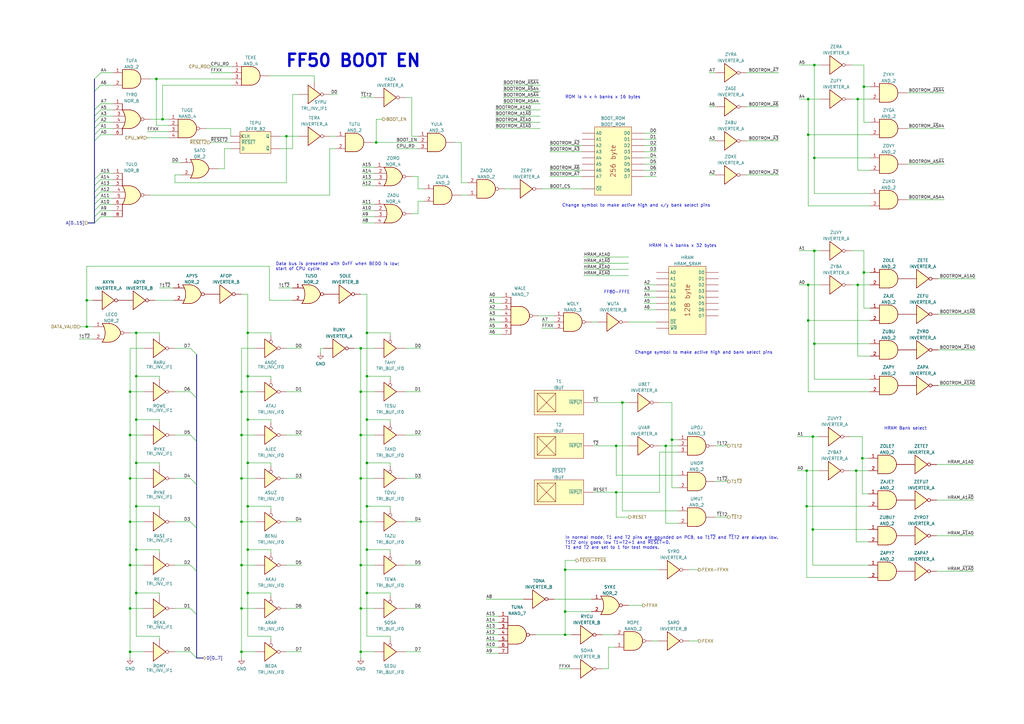
<source format=kicad_sch>
(kicad_sch (version 20211123) (generator eeschema)
  (paper "A3")
  (title_block (title "DMG CPU B") (date "2022-05-19") (rev "0") (company "CC-BY-SA-4.0 Régis Galland & Michael Singer -- Derived work from Furrtek") (comment 1 "https://github.com/msinger/dmg-schematics"))
  (junction (at 53.34 231.775))
  (junction (at 99.06 231.775))
  (junction (at 53.34 249.555))
  (junction (at 273.05 182.88))
  (junction (at 147.955 196.215))
  (junction (at 55.88 172.085))
  (junction (at 55.88 243.205))
  (junction (at 66.675 48.895))
  (junction (at 354.33 35.56))
  (junction (at 154.305 58.42))
  (junction (at 150.495 189.865))
  (junction (at 334.01 140.97))
  (junction (at 252.73 201.93))
  (junction (at 231.775 250.825))
  (junction (at 53.34 178.435))
  (junction (at 150.495 225.425))
  (junction (at 252.73 182.88))
  (junction (at 101.6 154.305))
  (junction (at 147.955 231.775))
  (junction (at 99.06 178.435))
  (junction (at 150.495 154.305))
  (junction (at 147.955 142.875))
  (junction (at 147.955 178.435))
  (junction (at 354.33 111.76))
  (junction (at 351.79 116.84))
  (junction (at 53.34 160.655))
  (junction (at 117.475 55.88))
  (junction (at 64.135 32.385))
  (junction (at 150.495 207.645))
  (junction (at 331.47 131.445))
  (junction (at 101.6 136.525))
  (junction (at 150.495 172.085))
  (junction (at 231.775 233.68))
  (junction (at 55.88 225.425))
  (junction (at 101.6 207.645))
  (junction (at 55.88 136.525))
  (junction (at 351.155 193.04))
  (junction (at 255.27 165.1))
  (junction (at 333.375 179.07))
  (junction (at 331.47 55.245))
  (junction (at 330.835 193.04))
  (junction (at 334.01 26.67))
  (junction (at 53.34 267.335))
  (junction (at 231.775 260.35))
  (junction (at 147.955 160.655))
  (junction (at 55.88 189.865))
  (junction (at 55.88 207.645))
  (junction (at 99.06 196.215))
  (junction (at 53.34 213.995))
  (junction (at 101.6 225.425))
  (junction (at 99.06 160.655))
  (junction (at 333.375 217.17))
  (junction (at 101.6 172.085))
  (junction (at 99.06 267.335))
  (junction (at 353.695 187.96))
  (junction (at 147.955 249.555))
  (junction (at 330.835 207.645))
  (junction (at 101.6 243.205))
  (junction (at 331.47 40.64))
  (junction (at 99.06 249.555))
  (junction (at 331.47 116.84))
  (junction (at 147.955 267.335))
  (junction (at 150.495 136.525))
  (junction (at 334.01 102.87))
  (junction (at 35.56 133.985))
  (junction (at 351.79 40.64))
  (junction (at 150.495 243.205))
  (junction (at 147.955 213.995))
  (junction (at 334.01 64.77))
  (junction (at 35.56 123.19))
  (junction (at 275.59 180.34))
  (junction (at 99.06 213.995))
  (junction (at 55.88 154.305))
  (junction (at 101.6 189.865))
  (junction (at 53.34 196.215))
  (bus_entry (at 78.105 142.875) (size 2.54 2.54))
  (bus_entry (at 41.275 81.28) (size -2.54 2.54))
  (bus_entry (at 78.105 213.995) (size 2.54 2.54))
  (bus_entry (at 78.105 249.555) (size 2.54 2.54))
  (bus_entry (at 41.275 83.82) (size -2.54 2.54))
  (bus_entry (at 41.275 88.9) (size -2.54 2.54))
  (bus_entry (at 41.275 86.36) (size -2.54 2.54))
  (bus_entry (at 78.105 267.335) (size 2.54 2.54))
  (bus_entry (at 41.275 73.66) (size -2.54 2.54))
  (bus_entry (at 41.275 76.2) (size -2.54 2.54))
  (bus_entry (at 78.105 178.435) (size 2.54 2.54))
  (bus_entry (at 41.275 71.12) (size -2.54 2.54))
  (bus_entry (at 78.105 231.775) (size 2.54 2.54))
  (bus_entry (at 41.275 47.625) (size -2.54 2.54))
  (bus_entry (at 41.275 45.085) (size -2.54 2.54))
  (bus_entry (at 41.275 42.545) (size -2.54 2.54))
  (bus_entry (at 41.275 29.845) (size -2.54 2.54))
  (bus_entry (at 41.275 34.925) (size -2.54 2.54))
  (bus_entry (at 41.275 52.705) (size -2.54 2.54))
  (bus_entry (at 41.275 50.165) (size -2.54 2.54))
  (bus_entry (at 41.275 55.245) (size -2.54 2.54))
  (bus_entry (at 78.105 160.655) (size 2.54 2.54))
  (bus_entry (at 78.105 196.215) (size 2.54 2.54))
  (bus_entry (at 41.275 78.74) (size -2.54 2.54))
  (wire (pts (xy 353.695 187.96) (xy 353.695 202.565)))
  (wire (pts (xy 225.425 69.85) (xy 238.76 69.85)))
  (wire (pts (xy 270.51 182.88) (xy 273.05 182.88)))
  (wire (pts (xy 269.875 233.68) (xy 231.775 233.68)))
  (wire (pts (xy 110.49 109.22) (xy 35.56 109.22)))
  (wire (pts (xy 255.27 165.1) (xy 257.81 165.1)))
  (wire (pts (xy 293.37 182.88) (xy 298.45 182.88)))
  (wire (pts (xy 41.275 34.925) (xy 46.355 34.925)))
  (wire (pts (xy 189.23 74.93) (xy 191.77 74.93)))
  (wire (pts (xy 349.25 116.84) (xy 351.79 116.84)))
  (bus (pts (xy 80.645 198.755) (xy 80.645 216.535)))
  (wire (pts (xy 384.81 143.51) (xy 400.05 143.51)))
  (wire (pts (xy 110.49 31.115) (xy 128.905 31.115)))
  (wire (pts (xy 166.37 142.875) (xy 172.72 142.875)))
  (wire (pts (xy 264.16 119.38) (xy 269.24 119.38)))
  (wire (pts (xy 351.79 69.85) (xy 356.87 69.85)))
  (wire (pts (xy 331.47 131.445) (xy 331.47 160.655)))
  (wire (pts (xy 267.335 262.89) (xy 269.875 262.89)))
  (wire (pts (xy 147.955 178.435) (xy 153.67 178.435)))
  (wire (pts (xy 252.73 182.88) (xy 252.73 194.945)))
  (bus (pts (xy 38.735 86.36) (xy 38.735 88.9)))
  (bus (pts (xy 36.195 91.44) (xy 38.735 91.44)))
  (bus (pts (xy 38.735 55.245) (xy 38.735 57.785)))
  (wire (pts (xy 150.495 225.425) (xy 150.495 243.205)))
  (wire (pts (xy 331.47 40.64) (xy 336.55 40.64)))
  (wire (pts (xy 171.45 82.55) (xy 171.45 87.63)))
  (wire (pts (xy 70.485 66.675) (xy 74.295 66.675)))
  (wire (pts (xy 270.51 185.42) (xy 270.51 201.93)))
  (wire (pts (xy 101.6 243.205) (xy 111.125 243.205)))
  (wire (pts (xy 333.375 231.775) (xy 356.235 231.775)))
  (wire (pts (xy 53.34 160.655) (xy 53.34 178.435)))
  (wire (pts (xy 117.475 55.88) (xy 122.555 55.88)))
  (wire (pts (xy 135.255 60.96) (xy 135.255 80.01)))
  (wire (pts (xy 221.615 40.005) (xy 206.375 40.005)))
  (wire (pts (xy 41.275 86.36) (xy 46.355 86.36)))
  (wire (pts (xy 334.01 26.67) (xy 334.01 64.77)))
  (wire (pts (xy 86.36 58.42) (xy 94.615 58.42)))
  (wire (pts (xy 53.34 249.555) (xy 59.055 249.555)))
  (wire (pts (xy 278.13 185.42) (xy 270.51 185.42)))
  (wire (pts (xy 353.695 179.07) (xy 348.615 179.07)))
  (wire (pts (xy 55.88 243.205) (xy 65.405 243.205)))
  (wire (pts (xy 327.66 116.84) (xy 331.47 116.84)))
  (wire (pts (xy 231.775 229.87) (xy 231.775 233.68)))
  (wire (pts (xy 334.01 26.67) (xy 336.55 26.67)))
  (wire (pts (xy 334.01 79.375) (xy 356.87 79.375)))
  (wire (pts (xy 99.06 178.435) (xy 99.06 196.215)))
  (wire (pts (xy 221.615 52.705) (xy 203.2 52.705)))
  (wire (pts (xy 148.59 83.82) (xy 153.67 83.82)))
  (wire (pts (xy 65.405 118.11) (xy 71.12 118.11)))
  (bus (pts (xy 38.735 81.28) (xy 38.735 83.82)))
  (wire (pts (xy 231.775 233.68) (xy 231.775 250.825)))
  (wire (pts (xy 99.06 178.435) (xy 104.775 178.435)))
  (wire (pts (xy 264.16 127) (xy 269.24 127)))
  (wire (pts (xy 55.88 172.085) (xy 65.405 172.085)))
  (wire (pts (xy 160.02 189.865) (xy 160.02 191.135)))
  (wire (pts (xy 41.275 45.085) (xy 46.355 45.085)))
  (wire (pts (xy 117.475 267.335) (xy 123.825 267.335)))
  (wire (pts (xy 245.11 132.08) (xy 242.57 132.08)))
  (wire (pts (xy 71.755 74.93) (xy 117.475 74.93)))
  (wire (pts (xy 35.56 133.985) (xy 35.56 123.19)))
  (wire (pts (xy 53.34 136.525) (xy 55.88 136.525)))
  (wire (pts (xy 53.34 213.995) (xy 59.055 213.995)))
  (wire (pts (xy 222.25 134.62) (xy 227.33 134.62)))
  (wire (pts (xy 41.275 29.845) (xy 46.355 29.845)))
  (wire (pts (xy 199.39 255.27) (xy 204.47 255.27)))
  (wire (pts (xy 356.87 111.76) (xy 354.33 111.76)))
  (wire (pts (xy 331.47 131.445) (xy 356.87 131.445)))
  (wire (pts (xy 99.06 160.655) (xy 104.775 160.655)))
  (wire (pts (xy 55.88 154.305) (xy 65.405 154.305)))
  (wire (pts (xy 99.06 120.65) (xy 101.6 120.65)))
  (wire (pts (xy 53.34 267.335) (xy 59.055 267.335)))
  (wire (pts (xy 99.06 196.215) (xy 104.775 196.215)))
  (wire (pts (xy 270.51 201.93) (xy 252.73 201.93)))
  (wire (pts (xy 60.325 56.515) (xy 69.215 56.515)))
  (wire (pts (xy 94.615 60.96) (xy 92.075 60.96)))
  (wire (pts (xy 55.88 225.425) (xy 55.88 243.205)))
  (wire (pts (xy 131.445 142.875) (xy 131.445 144.78)))
  (wire (pts (xy 148.59 88.9) (xy 153.67 88.9)))
  (wire (pts (xy 35.56 133.985) (xy 38.1 133.985)))
  (wire (pts (xy 171.45 55.88) (xy 168.91 55.88)))
  (wire (pts (xy 330.835 207.645) (xy 356.235 207.645)))
  (wire (pts (xy 331.47 116.84) (xy 336.55 116.84)))
  (wire (pts (xy 351.155 193.04) (xy 356.235 193.04)))
  (wire (pts (xy 269.24 57.15) (xy 264.16 57.15)))
  (wire (pts (xy 231.775 260.35) (xy 231.775 250.825)))
  (wire (pts (xy 117.475 249.555) (xy 123.825 249.555)))
  (wire (pts (xy 71.755 178.435) (xy 78.105 178.435)))
  (wire (pts (xy 354.33 35.56) (xy 354.33 26.67)))
  (wire (pts (xy 117.475 231.775) (xy 123.825 231.775)))
  (wire (pts (xy 384.81 128.905) (xy 400.05 128.905)))
  (wire (pts (xy 117.475 178.435) (xy 123.825 178.435)))
  (wire (pts (xy 334.01 64.77) (xy 356.87 64.77)))
  (wire (pts (xy 65.405 154.305) (xy 65.405 155.575)))
  (wire (pts (xy 111.125 172.085) (xy 111.125 173.355)))
  (wire (pts (xy 252.73 182.88) (xy 257.81 182.88)))
  (wire (pts (xy 219.71 260.35) (xy 231.775 260.35)))
  (wire (pts (xy 334.01 140.97) (xy 356.87 140.97)))
  (wire (pts (xy 252.73 201.93) (xy 243.205 201.93)))
  (wire (pts (xy 101.6 172.085) (xy 101.6 189.865)))
  (wire (pts (xy 65.405 189.865) (xy 65.405 191.135)))
  (wire (pts (xy 71.755 71.755) (xy 74.295 71.755)))
  (wire (pts (xy 199.39 262.89) (xy 204.47 262.89)))
  (wire (pts (xy 111.125 207.645) (xy 111.125 208.915)))
  (wire (pts (xy 150.495 243.205) (xy 150.495 260.985)))
  (wire (pts (xy 166.37 178.435) (xy 172.72 178.435)))
  (bus (pts (xy 80.645 252.095) (xy 80.645 269.875)))
  (wire (pts (xy 154.305 48.895) (xy 156.845 48.895)))
  (wire (pts (xy 41.275 78.74) (xy 46.355 78.74)))
  (wire (pts (xy 354.33 26.67) (xy 349.25 26.67)))
  (wire (pts (xy 53.34 178.435) (xy 59.055 178.435)))
  (wire (pts (xy 120.015 123.19) (xy 110.49 123.19)))
  (wire (pts (xy 264.16 116.84) (xy 269.24 116.84)))
  (wire (pts (xy 99.06 196.215) (xy 99.06 213.995)))
  (wire (pts (xy 257.81 132.08) (xy 269.24 132.08)))
  (wire (pts (xy 33.02 133.985) (xy 35.56 133.985)))
  (wire (pts (xy 61.595 32.385) (xy 64.135 32.385)))
  (wire (pts (xy 117.475 213.995) (xy 123.825 213.995)))
  (wire (pts (xy 53.34 213.995) (xy 53.34 231.775)))
  (wire (pts (xy 199.39 265.43) (xy 204.47 265.43)))
  (wire (pts (xy 351.79 40.64) (xy 356.87 40.64)))
  (wire (pts (xy 101.6 154.305) (xy 101.6 172.085)))
  (bus (pts (xy 80.645 180.975) (xy 80.645 198.755)))
  (wire (pts (xy 101.6 243.205) (xy 101.6 260.985)))
  (wire (pts (xy 101.6 225.425) (xy 101.6 243.205)))
  (wire (pts (xy 327.025 193.04) (xy 330.835 193.04)))
  (wire (pts (xy 117.475 142.875) (xy 123.825 142.875)))
  (wire (pts (xy 189.23 58.42) (xy 189.23 74.93)))
  (wire (pts (xy 101.6 189.865) (xy 111.125 189.865)))
  (wire (pts (xy 160.02 207.645) (xy 160.02 208.915)))
  (wire (pts (xy 99.06 213.995) (xy 99.06 231.775)))
  (wire (pts (xy 111.125 243.205) (xy 111.125 244.475)))
  (wire (pts (xy 101.6 207.645) (xy 101.6 225.425)))
  (bus (pts (xy 38.735 76.2) (xy 38.735 78.74)))
  (wire (pts (xy 334.01 64.77) (xy 334.01 79.375)))
  (wire (pts (xy 120.015 38.735) (xy 122.555 38.735)))
  (wire (pts (xy 269.24 69.85) (xy 264.16 69.85)))
  (wire (pts (xy 319.405 43.815) (xy 306.07 43.815)))
  (wire (pts (xy 349.25 40.64) (xy 351.79 40.64)))
  (wire (pts (xy 53.34 267.335) (xy 53.34 269.875)))
  (wire (pts (xy 99.06 267.335) (xy 104.775 267.335)))
  (wire (pts (xy 111.125 154.305) (xy 111.125 155.575)))
  (wire (pts (xy 293.37 197.485) (xy 298.45 197.485)))
  (wire (pts (xy 99.06 213.995) (xy 104.775 213.995)))
  (wire (pts (xy 351.79 146.05) (xy 356.87 146.05)))
  (wire (pts (xy 147.955 160.655) (xy 153.67 160.655)))
  (wire (pts (xy 333.375 179.07) (xy 335.915 179.07)))
  (wire (pts (xy 101.6 136.525) (xy 101.6 154.305)))
  (bus (pts (xy 38.735 88.9) (xy 38.735 91.44)))
  (bus (pts (xy 38.735 32.385) (xy 38.735 37.465)))
  (wire (pts (xy 384.175 234.315) (xy 399.415 234.315)))
  (wire (pts (xy 247.015 274.32) (xy 249.555 274.32)))
  (wire (pts (xy 101.6 136.525) (xy 111.125 136.525)))
  (bus (pts (xy 80.645 269.875) (xy 83.185 269.875)))
  (wire (pts (xy 41.275 71.12) (xy 46.355 71.12)))
  (wire (pts (xy 86.36 27.305) (xy 95.25 27.305)))
  (wire (pts (xy 35.56 123.19) (xy 38.1 123.19)))
  (wire (pts (xy 231.775 250.825) (xy 242.57 250.825)))
  (wire (pts (xy 65.405 136.525) (xy 65.405 137.795)))
  (wire (pts (xy 150.495 207.645) (xy 160.02 207.645)))
  (wire (pts (xy 128.905 31.115) (xy 128.905 33.655)))
  (wire (pts (xy 252.095 265.43) (xy 249.555 265.43)))
  (wire (pts (xy 101.6 260.985) (xy 111.125 260.985)))
  (wire (pts (xy 150.495 154.305) (xy 150.495 172.085)))
  (wire (pts (xy 114.3 118.11) (xy 120.015 118.11)))
  (wire (pts (xy 99.06 249.555) (xy 104.775 249.555)))
  (wire (pts (xy 331.47 55.245) (xy 331.47 84.455)))
  (wire (pts (xy 92.075 69.215) (xy 92.075 60.96)))
  (wire (pts (xy 334.01 140.97) (xy 334.01 155.575)))
  (wire (pts (xy 61.595 48.895) (xy 66.675 48.895)))
  (wire (pts (xy 65.405 172.085) (xy 65.405 173.355)))
  (wire (pts (xy 166.37 196.215) (xy 172.72 196.215)))
  (wire (pts (xy 55.88 189.865) (xy 55.88 207.645)))
  (wire (pts (xy 331.47 160.655) (xy 356.87 160.655)))
  (wire (pts (xy 66.675 34.925) (xy 66.675 48.895)))
  (wire (pts (xy 372.11 67.31) (xy 387.35 67.31)))
  (wire (pts (xy 53.34 196.215) (xy 53.34 213.995)))
  (wire (pts (xy 150.495 136.525) (xy 150.495 154.305)))
  (wire (pts (xy 171.45 77.47) (xy 171.45 72.39)))
  (wire (pts (xy 114.935 60.96) (xy 120.015 60.96)))
  (wire (pts (xy 221.615 37.465) (xy 206.375 37.465)))
  (wire (pts (xy 147.955 142.875) (xy 153.67 142.875)))
  (wire (pts (xy 173.99 82.55) (xy 171.45 82.55)))
  (bus (pts (xy 38.735 37.465) (xy 38.735 45.085)))
  (wire (pts (xy 35.56 109.22) (xy 35.56 123.19)))
  (wire (pts (xy 53.34 196.215) (xy 59.055 196.215)))
  (wire (pts (xy 41.275 52.705) (xy 46.355 52.705)))
  (wire (pts (xy 200.66 124.46) (xy 205.74 124.46)))
  (wire (pts (xy 71.755 267.335) (xy 78.105 267.335)))
  (wire (pts (xy 200.66 127) (xy 205.74 127)))
  (wire (pts (xy 166.37 160.655) (xy 172.72 160.655)))
  (wire (pts (xy 147.955 231.775) (xy 153.67 231.775)))
  (wire (pts (xy 65.405 260.985) (xy 65.405 262.255)))
  (wire (pts (xy 166.37 231.775) (xy 172.72 231.775)))
  (wire (pts (xy 372.11 52.705) (xy 387.35 52.705)))
  (wire (pts (xy 356.235 187.96) (xy 353.695 187.96)))
  (wire (pts (xy 273.05 214.63) (xy 278.13 214.63)))
  (wire (pts (xy 269.24 59.69) (xy 264.16 59.69)))
  (wire (pts (xy 147.955 142.875) (xy 147.955 160.655)))
  (wire (pts (xy 290.83 43.815) (xy 293.37 43.815)))
  (wire (pts (xy 331.47 55.245) (xy 356.87 55.245)))
  (wire (pts (xy 282.575 262.89) (xy 286.385 262.89)))
  (wire (pts (xy 147.955 178.435) (xy 147.955 196.215)))
  (wire (pts (xy 372.11 81.915) (xy 387.35 81.915)))
  (bus (pts (xy 38.735 78.74) (xy 38.735 81.28)))
  (wire (pts (xy 333.375 179.07) (xy 333.375 217.17)))
  (wire (pts (xy 147.955 231.775) (xy 147.955 249.555)))
  (wire (pts (xy 200.66 137.16) (xy 205.74 137.16)))
  (wire (pts (xy 273.05 182.88) (xy 278.13 182.88)))
  (wire (pts (xy 334.01 102.87) (xy 334.01 140.97)))
  (wire (pts (xy 132.715 142.875) (xy 131.445 142.875)))
  (bus (pts (xy 38.735 47.625) (xy 38.735 50.165)))
  (wire (pts (xy 384.175 190.5) (xy 399.415 190.5)))
  (wire (pts (xy 231.775 229.87) (xy 236.22 229.87)))
  (wire (pts (xy 148.59 91.44) (xy 153.67 91.44)))
  (wire (pts (xy 154.305 58.42) (xy 154.305 48.895)))
  (wire (pts (xy 162.56 60.96) (xy 171.45 60.96)))
  (wire (pts (xy 99.06 231.775) (xy 104.775 231.775)))
  (wire (pts (xy 148.59 76.2) (xy 153.67 76.2)))
  (wire (pts (xy 327.66 40.64) (xy 331.47 40.64)))
  (bus (pts (xy 38.735 73.66) (xy 38.735 76.2)))
  (wire (pts (xy 249.555 265.43) (xy 249.555 274.32)))
  (wire (pts (xy 327.66 102.87) (xy 334.01 102.87)))
  (wire (pts (xy 32.385 139.065) (xy 38.1 139.065)))
  (wire (pts (xy 111.125 189.865) (xy 111.125 191.135)))
  (wire (pts (xy 64.135 32.385) (xy 95.25 32.385)))
  (wire (pts (xy 231.775 260.35) (xy 234.315 260.35)))
  (wire (pts (xy 351.79 40.64) (xy 351.79 69.85)))
  (wire (pts (xy 148.59 86.36) (xy 153.67 86.36)))
  (wire (pts (xy 41.275 76.2) (xy 46.355 76.2)))
  (wire (pts (xy 137.795 55.88) (xy 135.255 55.88)))
  (wire (pts (xy 53.34 142.875) (xy 53.34 160.655)))
  (wire (pts (xy 99.06 142.875) (xy 99.06 160.655)))
  (wire (pts (xy 221.615 45.085) (xy 203.2 45.085)))
  (wire (pts (xy 356.87 35.56) (xy 354.33 35.56)))
  (wire (pts (xy 148.59 68.58) (xy 153.67 68.58)))
  (wire (pts (xy 101.6 207.645) (xy 111.125 207.645)))
  (wire (pts (xy 147.955 249.555) (xy 147.955 267.335)))
  (wire (pts (xy 273.05 182.88) (xy 273.05 214.63)))
  (wire (pts (xy 269.24 67.31) (xy 264.16 67.31)))
  (wire (pts (xy 55.88 260.985) (xy 65.405 260.985)))
  (wire (pts (xy 331.47 84.455) (xy 356.87 84.455)))
  (wire (pts (xy 66.675 34.925) (xy 95.25 34.925)))
  (wire (pts (xy 275.59 165.1) (xy 270.51 165.1)))
  (wire (pts (xy 111.125 225.425) (xy 111.125 226.695)))
  (wire (pts (xy 150.495 189.865) (xy 150.495 207.645)))
  (wire (pts (xy 330.835 207.645) (xy 330.835 236.855)))
  (wire (pts (xy 221.615 50.165) (xy 203.2 50.165)))
  (wire (pts (xy 117.475 55.88) (xy 117.475 74.93)))
  (wire (pts (xy 354.33 126.365) (xy 356.87 126.365)))
  (wire (pts (xy 221.615 42.545) (xy 206.375 42.545)))
  (wire (pts (xy 384.175 219.71) (xy 399.415 219.71)))
  (wire (pts (xy 150.495 243.205) (xy 160.02 243.205)))
  (wire (pts (xy 257.81 107.95) (xy 239.395 107.95)))
  (wire (pts (xy 330.835 236.855) (xy 356.235 236.855)))
  (wire (pts (xy 65.405 225.425) (xy 65.405 226.695)))
  (wire (pts (xy 334.01 102.87) (xy 336.55 102.87)))
  (wire (pts (xy 348.615 193.04) (xy 351.155 193.04)))
  (wire (pts (xy 147.955 196.215) (xy 153.67 196.215)))
  (wire (pts (xy 221.615 34.925) (xy 206.375 34.925)))
  (wire (pts (xy 64.135 51.435) (xy 69.215 51.435)))
  (wire (pts (xy 41.275 73.66) (xy 46.355 73.66)))
  (wire (pts (xy 63.5 123.19) (xy 71.12 123.19)))
  (wire (pts (xy 247.015 260.35) (xy 252.095 260.35)))
  (wire (pts (xy 148.59 71.12) (xy 153.67 71.12)))
  (wire (pts (xy 117.475 160.655) (xy 123.825 160.655)))
  (wire (pts (xy 147.955 120.65) (xy 150.495 120.65)))
  (wire (pts (xy 55.88 172.085) (xy 55.88 189.865)))
  (wire (pts (xy 150.495 120.65) (xy 150.495 136.525)))
  (wire (pts (xy 264.16 124.46) (xy 269.24 124.46)))
  (wire (pts (xy 252.73 201.93) (xy 252.73 212.09)))
  (wire (pts (xy 200.66 134.62) (xy 205.74 134.62)))
  (wire (pts (xy 166.37 267.335) (xy 172.72 267.335)))
  (wire (pts (xy 147.955 160.655) (xy 147.955 178.435)))
  (wire (pts (xy 101.6 172.085) (xy 111.125 172.085)))
  (wire (pts (xy 41.275 47.625) (xy 46.355 47.625)))
  (wire (pts (xy 199.39 260.35) (xy 204.47 260.35)))
  (wire (pts (xy 160.02 154.305) (xy 160.02 155.575)))
  (wire (pts (xy 331.47 116.84) (xy 331.47 131.445)))
  (wire (pts (xy 148.59 73.66) (xy 153.67 73.66)))
  (wire (pts (xy 351.79 116.84) (xy 356.87 116.84)))
  (wire (pts (xy 282.575 233.68) (xy 286.385 233.68)))
  (wire (pts (xy 147.955 267.335) (xy 147.955 269.875)))
  (wire (pts (xy 137.795 60.96) (xy 135.255 60.96)))
  (wire (pts (xy 275.59 165.1) (xy 275.59 180.34)))
  (wire (pts (xy 252.73 194.945) (xy 278.13 194.945)))
  (wire (pts (xy 255.27 209.55) (xy 278.13 209.55)))
  (wire (pts (xy 55.88 225.425) (xy 65.405 225.425)))
  (wire (pts (xy 199.39 267.97) (xy 204.47 267.97)))
  (wire (pts (xy 99.06 160.655) (xy 99.06 178.435)))
  (wire (pts (xy 86.36 29.845) (xy 95.25 29.845)))
  (wire (pts (xy 166.37 40.005) (xy 168.91 40.005)))
  (wire (pts (xy 99.06 231.775) (xy 99.06 249.555)))
  (wire (pts (xy 269.24 72.39) (xy 264.16 72.39)))
  (wire (pts (xy 41.275 42.545) (xy 46.355 42.545)))
  (wire (pts (xy 150.495 172.085) (xy 150.495 189.865)))
  (bus (pts (xy 80.645 216.535) (xy 80.645 234.315)))
  (bus (pts (xy 80.645 145.415) (xy 80.645 163.195)))
  (bus (pts (xy 80.645 163.195) (xy 80.645 180.975)))
  (wire (pts (xy 290.83 29.845) (xy 293.37 29.845)))
  (wire (pts (xy 41.275 81.28) (xy 46.355 81.28)))
  (wire (pts (xy 41.275 50.165) (xy 46.355 50.165)))
  (wire (pts (xy 55.88 154.305) (xy 55.88 172.085)))
  (wire (pts (xy 330.835 193.04) (xy 330.835 207.645)))
  (wire (pts (xy 353.695 202.565) (xy 356.235 202.565)))
  (wire (pts (xy 147.955 196.215) (xy 147.955 213.995)))
  (wire (pts (xy 101.6 120.65) (xy 101.6 136.525)))
  (wire (pts (xy 173.99 77.47) (xy 171.45 77.47)))
  (wire (pts (xy 41.275 88.9) (xy 46.355 88.9)))
  (wire (pts (xy 55.88 207.645) (xy 65.405 207.645)))
  (wire (pts (xy 327.66 26.67) (xy 334.01 26.67)))
  (wire (pts (xy 372.11 38.1) (xy 387.35 38.1)))
  (wire (pts (xy 351.155 222.25) (xy 356.235 222.25)))
  (wire (pts (xy 275.59 180.34) (xy 275.59 200.025)))
  (wire (pts (xy 135.255 80.01) (xy 61.595 80.01)))
  (wire (pts (xy 99.06 142.875) (xy 104.775 142.875)))
  (wire (pts (xy 101.6 189.865) (xy 101.6 207.645)))
  (wire (pts (xy 101.6 225.425) (xy 111.125 225.425)))
  (wire (pts (xy 150.495 154.305) (xy 160.02 154.305)))
  (wire (pts (xy 199.39 257.81) (xy 204.47 257.81)))
  (wire (pts (xy 384.175 205.105) (xy 399.415 205.105)))
  (wire (pts (xy 234.315 274.32) (xy 229.235 274.32)))
  (bus (pts (xy 38.735 83.82) (xy 38.735 86.36)))
  (wire (pts (xy 111.125 136.525) (xy 111.125 137.795)))
  (wire (pts (xy 160.02 260.985) (xy 160.02 262.255)))
  (wire (pts (xy 41.275 83.82) (xy 46.355 83.82)))
  (wire (pts (xy 53.34 231.775) (xy 53.34 249.555)))
  (wire (pts (xy 71.755 231.775) (xy 78.105 231.775)))
  (wire (pts (xy 150.495 189.865) (xy 160.02 189.865)))
  (wire (pts (xy 257.81 113.03) (xy 239.395 113.03)))
  (wire (pts (xy 71.755 71.755) (xy 71.755 74.93)))
  (wire (pts (xy 257.81 110.49) (xy 239.395 110.49)))
  (wire (pts (xy 354.33 111.76) (xy 354.33 126.365)))
  (wire (pts (xy 243.205 182.88) (xy 252.73 182.88)))
  (wire (pts (xy 166.37 249.555) (xy 172.72 249.555)))
  (wire (pts (xy 101.6 154.305) (xy 111.125 154.305)))
  (wire (pts (xy 222.25 132.08) (xy 227.33 132.08)))
  (wire (pts (xy 269.24 62.23) (xy 264.16 62.23)))
  (wire (pts (xy 71.755 196.215) (xy 78.105 196.215)))
  (wire (pts (xy 191.77 80.01) (xy 189.23 80.01)))
  (wire (pts (xy 200.66 121.92) (xy 205.74 121.92)))
  (wire (pts (xy 225.425 62.23) (xy 238.76 62.23)))
  (wire (pts (xy 293.37 212.09) (xy 298.45 212.09)))
  (wire (pts (xy 41.275 55.245) (xy 46.355 55.245)))
  (wire (pts (xy 69.215 48.895) (xy 66.675 48.895)))
  (wire (pts (xy 120.015 60.96) (xy 120.015 38.735)))
  (wire (pts (xy 110.49 123.19) (xy 110.49 109.22)))
  (wire (pts (xy 330.835 193.04) (xy 335.915 193.04)))
  (wire (pts (xy 278.13 180.34) (xy 275.59 180.34)))
  (wire (pts (xy 290.83 57.785) (xy 293.37 57.785)))
  (wire (pts (xy 319.405 29.845) (xy 306.07 29.845)))
  (wire (pts (xy 53.34 249.555) (xy 53.34 267.335)))
  (wire (pts (xy 150.495 207.645) (xy 150.495 225.425)))
  (wire (pts (xy 111.125 260.985) (xy 111.125 262.255)))
  (wire (pts (xy 160.02 136.525) (xy 160.02 137.795)))
  (wire (pts (xy 147.955 267.335) (xy 153.67 267.335)))
  (wire (pts (xy 55.88 243.205) (xy 55.88 260.985)))
  (wire (pts (xy 333.375 217.17) (xy 356.235 217.17)))
  (wire (pts (xy 225.425 72.39) (xy 238.76 72.39)))
  (wire (pts (xy 331.47 40.64) (xy 331.47 55.245)))
  (wire (pts (xy 55.88 189.865) (xy 65.405 189.865)))
  (wire (pts (xy 257.81 248.285) (xy 263.525 248.285)))
  (wire (pts (xy 84.455 52.705) (xy 94.615 52.705)))
  (bus (pts (xy 38.735 45.085) (xy 38.735 47.625)))
  (bus (pts (xy 38.735 52.705) (xy 38.735 55.245)))
  (wire (pts (xy 150.495 260.985) (xy 160.02 260.985)))
  (wire (pts (xy 257.81 105.41) (xy 239.395 105.41)))
  (wire (pts (xy 53.34 142.875) (xy 59.055 142.875)))
  (wire (pts (xy 252.73 212.09) (xy 257.81 212.09)))
  (wire (pts (xy 327.025 179.07) (xy 333.375 179.07)))
  (wire (pts (xy 150.495 225.425) (xy 160.02 225.425)))
  (wire (pts (xy 53.34 231.775) (xy 59.055 231.775)))
  (wire (pts (xy 171.45 72.39) (xy 168.91 72.39)))
  (wire (pts (xy 147.955 40.005) (xy 153.67 40.005)))
  (wire (pts (xy 200.66 132.08) (xy 205.74 132.08)))
  (wire (pts (xy 166.37 213.995) (xy 172.72 213.995)))
  (wire (pts (xy 269.24 54.61) (xy 264.16 54.61)))
  (wire (pts (xy 384.81 114.3) (xy 400.05 114.3)))
  (wire (pts (xy 71.755 249.555) (xy 78.105 249.555)))
  (wire (pts (xy 269.24 64.77) (xy 264.16 64.77)))
  (wire (pts (xy 150.495 172.085) (xy 160.02 172.085)))
  (wire (pts (xy 354.33 50.165) (xy 356.87 50.165)))
  (wire (pts (xy 71.755 160.655) (xy 78.105 160.655)))
  (wire (pts (xy 354.33 102.87) (xy 349.25 102.87)))
  (wire (pts (xy 117.475 196.215) (xy 123.825 196.215)))
  (bus (pts (xy 80.645 234.315) (xy 80.645 252.095)))
  (wire (pts (xy 354.33 35.56) (xy 354.33 50.165)))
  (wire (pts (xy 199.39 245.745) (xy 214.63 245.745)))
  (wire (pts (xy 264.16 121.92) (xy 269.24 121.92)))
  (wire (pts (xy 160.02 172.085) (xy 160.02 173.355)))
  (wire (pts (xy 145.415 142.875) (xy 147.955 142.875)))
  (wire (pts (xy 171.45 58.42) (xy 154.305 58.42)))
  (bus (pts (xy 38.735 50.165) (xy 38.735 52.705)))
  (wire (pts (xy 55.88 207.645) (xy 55.88 225.425)))
  (wire (pts (xy 255.27 165.1) (xy 255.27 209.55)))
  (wire (pts (xy 227.33 129.54) (xy 220.98 129.54)))
  (wire (pts (xy 209.55 77.47) (xy 207.01 77.47)))
  (wire (pts (xy 199.39 252.73) (xy 204.47 252.73)))
  (wire (pts (xy 55.88 136.525) (xy 55.88 154.305)))
  (wire (pts (xy 60.325 53.975) (xy 69.215 53.975)))
  (wire (pts (xy 290.83 71.755) (xy 293.37 71.755)))
  (wire (pts (xy 353.695 187.96) (xy 353.695 179.07)))
  (wire (pts (xy 186.69 58.42) (xy 189.23 58.42)))
  (wire (pts (xy 160.02 225.425) (xy 160.02 226.695)))
  (wire (pts (xy 168.91 55.88) (xy 168.91 40.005)))
  (wire (pts (xy 64.135 32.385) (xy 64.135 51.435)))
  (wire (pts (xy 384.81 158.115) (xy 400.05 158.115)))
  (wire (pts (xy 53.34 160.655) (xy 59.055 160.655)))
  (wire (pts (xy 333.375 217.17) (xy 333.375 231.775)))
  (wire (pts (xy 147.955 213.995) (xy 147.955 231.775)))
  (wire (pts (xy 55.88 136.525) (xy 65.405 136.525)))
  (wire (pts (xy 71.755 142.875) (xy 78.105 142.875)))
  (wire (pts (xy 351.155 193.04) (xy 351.155 222.25)))
  (wire (pts (xy 89.535 69.215) (xy 92.075 69.215)))
  (wire (pts (xy 275.59 200.025) (xy 278.13 200.025)))
  (wire (pts (xy 71.755 213.995) (xy 78.105 213.995)))
  (wire (pts (xy 243.205 165.1) (xy 255.27 165.1)))
  (wire (pts (xy 222.25 77.47) (xy 238.76 77.47)))
  (wire (pts (xy 225.425 59.69) (xy 238.76 59.69)))
  (wire (pts (xy 171.45 87.63) (xy 168.91 87.63)))
  (wire (pts (xy 99.06 267.335) (xy 99.06 269.875)))
  (wire (pts (xy 65.405 207.645) (xy 65.405 208.915)))
  (wire (pts (xy 138.43 38.735) (xy 135.255 38.735)))
  (wire (pts (xy 200.66 129.54) (xy 205.74 129.54)))
  (wire (pts (xy 334.01 155.575) (xy 356.87 155.575)))
  (wire (pts (xy 227.33 245.745) (xy 242.57 245.745)))
  (wire (pts (xy 150.495 136.525) (xy 160.02 136.525)))
  (wire (pts (xy 65.405 243.205) (xy 65.405 244.475)))
  (wire (pts (xy 319.405 71.755) (xy 306.07 71.755)))
  (wire (pts (xy 354.33 111.76) (xy 354.33 102.87)))
  (bus (pts (xy 38.735 57.785) (xy 38.735 73.66)))
  (wire (pts (xy 147.955 249.555) (xy 153.67 249.555)))
  (wire (pts (xy 319.405 57.785) (xy 306.07 57.785)))
  (wire (pts (xy 154.305 58.42) (xy 153.035 58.42)))
  (wire (pts (xy 94.615 52.705) (xy 94.615 55.88)))
  (wire (pts (xy 114.935 55.88) (xy 117.475 55.88)))
  (wire (pts (xy 221.615 47.625) (xy 203.2 47.625)))
  (wire (pts (xy 160.02 243.205) (xy 160.02 244.475)))
  (wire (pts (xy 351.79 116.84) (xy 351.79 146.05)))
  (wire (pts (xy 147.955 213.995) (xy 153.67 213.995)))
  (wire (pts (xy 99.06 249.555) (xy 99.06 267.335)))
  (wire (pts (xy 53.34 178.435) (xy 53.34 196.215)))
  (text "FF50 BOOT EN\n" (at 116.84 27.94 0) (effects (font (size 5 5) (thickness 1) bold) (justify left bottom)))
  (text "ROM is 4 x 4 banks x 16 bytes" (at 231.775 40.64 0) (effects (font (size 1.27 1.27)) (justify left bottom)))
  (text "In normal mode, T1 and T2 pins are gounded on PCB, so T1~{T2} and ~{T1}T2 are always low.\nT1T2 only goes low T1=T2=1 and ~{RESET}=0.\nT1 and T2 are set to 1 for test modes." (at 231.775 225.425 0) (effects (font (size 1.27 1.27)) (justify left bottom)))
  (text "HRAM Bank select" (at 362.585 176.53 0) (effects (font (size 1.27 1.27)) (justify left bottom)))
  (text "Change symbol to make active high and x/y bank select pins" (at 230.505 85.09 0) (effects (font (size 1.27 1.27)) (justify left bottom)))
  (text "Data bus is presented with 0xFF when BEDO is low;\nstart of CPU cycle. " (at 113.03 111.125 0) (effects (font (size 1.27 1.27)) (justify left bottom)))
  (text "Change symbol to make active high and bank select pins" (at 260.35 145.415 0) (effects (font (size 1.27 1.27)) (justify left bottom)))
  (text "FF80-FFFE" (at 247.65 120.65 0) (effects (font (size 1.27 1.27)) (justify left bottom)))
  (text "HRAM is 4 banks x 32 bytes" (at 266.065 101.6 0) (effects (font (size 1.27 1.27)) (justify left bottom)))
  (label "A5" (at 200.66 134.62 0))
  (label "HRAM_~{A1A0}" (at 239.395 113.03 0))
  (label "BOOTROM_~{A1A0}" (at 400.05 158.115 180))
  (label "HRAM_A1A0" (at 239.395 105.41 0))
  (label "D0" (at 70.485 66.675 0))
  (label "BOOTROM_A1~{A0}" (at 400.05 128.905 180))
  (label "~{RESET2}" (at 86.36 58.42 0))
  (label "A12" (at 199.39 260.35 0))
  (label "D2" (at 78.105 231.775 180))
  (label "A10" (at 148.59 86.36 0))
  (label "A11" (at 41.275 81.28 0))
  (label "D5" (at 78.105 178.435 180))
  (label "A3" (at 200.66 129.54 0))
  (label "D2" (at 172.72 178.435 180))
  (label "D5" (at 123.825 231.775 180))
  (label "~{T1}T2" (at 147.955 40.005 0))
  (label "D3" (at 172.72 196.215 180))
  (label "~{T1}" (at 243.205 165.1 0))
  (label "A5" (at 41.275 45.085 0))
  (label "D4" (at 269.24 64.77 180))
  (label "D5" (at 269.24 67.31 180))
  (label "BOOT_CS" (at 225.425 77.47 0))
  (label "BOOTROM_~{A5}A4" (at 387.35 52.705 180))
  (label "D7" (at 78.105 142.875 180))
  (label "BOOT_EN" (at 162.56 58.42 0))
  (label "BOOTROM_A1A0" (at 400.05 114.3 180))
  (label "A12" (at 148.59 76.2 0))
  (label "CPU_RD" (at 162.56 60.96 0))
  (label "BOOTROM_~{A1}A0" (at 203.2 50.165 0))
  (label "A0" (at 41.275 55.245 0))
  (label "A7" (at 41.275 42.545 0))
  (label "A11" (at 199.39 262.89 0))
  (label "A0" (at 327.025 193.04 0))
  (label "BOOTROM_~{A3}" (at 319.405 57.785 180))
  (label "D6" (at 172.72 249.555 180))
  (label "D3" (at 123.825 196.215 180))
  (label "D6" (at 78.105 160.655 180))
  (label "HRAM_~{A1}A0" (at 239.395 110.49 0))
  (label "A14" (at 41.275 73.66 0))
  (label "A9" (at 148.59 88.9 0))
  (label "A2" (at 290.83 71.755 0))
  (label "BOOTROM_~{A3}" (at 225.425 62.23 0))
  (label "HRAM_A1~{A0}" (at 399.415 205.105 180))
  (label "D7" (at 172.72 267.335 180))
  (label "BOOTROM_~{A6}" (at 319.405 43.815 180))
  (label "A15" (at 148.59 68.58 0))
  (label "D2" (at 123.825 178.435 180))
  (label "A2" (at 264.16 116.84 0))
  (label "D7" (at 123.825 267.335 180))
  (label "D0" (at 138.43 38.735 180))
  (label "FFXX" (at 222.25 134.62 0))
  (label "D1" (at 78.105 249.555 180))
  (label "BOOTROM_A1~{A0}" (at 203.2 47.625 0))
  (label "CPU_RD" (at 86.36 27.305 0))
  (label "~{T1}T2" (at 298.45 212.09 180))
  (label "T1~{T2}" (at 114.3 118.11 0))
  (label "A1" (at 200.66 124.46 0))
  (label "D0" (at 123.825 142.875 180))
  (label "D2" (at 269.24 59.69 180))
  (label "T1~{T2}" (at 65.405 118.11 0))
  (label "A7" (at 290.83 29.845 0))
  (label "A0" (at 200.66 121.92 0))
  (label "D3" (at 269.24 62.23 180))
  (label "BOOTROM_~{A1A0}" (at 203.2 52.705 0))
  (label "A1" (at 327.66 102.87 0))
  (label "A5" (at 264.16 124.46 0))
  (label "A9" (at 199.39 267.97 0))
  (label "~{T2}" (at 243.205 182.88 0))
  (label "A3" (at 290.83 57.785 0))
  (label "BOOTROM_~{A7}" (at 225.425 72.39 0))
  (label "D0" (at 172.72 142.875 180))
  (label "A2" (at 200.66 127 0))
  (label "A8" (at 41.275 88.9 0))
  (label "A4" (at 327.66 40.64 0))
  (label "FFXX" (at 60.325 53.975 0))
  (label "RESET" (at 243.205 201.93 0))
  (label "BOOTROM_A5A4" (at 206.375 42.545 0))
  (label "HRAM_~{A1A0}" (at 399.415 234.315 180))
  (label "A4" (at 200.66 132.08 0))
  (label "FFXX" (at 86.36 29.845 0))
  (label "FFXX" (at 229.235 274.32 0))
  (label "A15" (at 199.39 252.73 0))
  (label "BOOTROM_A5~{A4}" (at 206.375 40.005 0))
  (label "A10" (at 199.39 265.43 0))
  (label "BOOTROM_~{A6}" (at 225.425 69.85 0))
  (label "A6" (at 264.16 127 0))
  (label "BOOTROM_A5~{A4}" (at 387.35 67.31 180))
  (label "A9" (at 41.275 86.36 0))
  (label "A13" (at 41.275 76.2 0))
  (label "T1~{T2}" (at 32.385 139.065 0))
  (label "A14" (at 199.39 255.27 0))
  (label "BOOTROM_~{A7}" (at 319.405 29.845 180))
  (label "D4" (at 172.72 213.995 180))
  (label "A1" (at 41.275 52.705 0))
  (label "A3" (at 41.275 47.625 0))
  (label "BOOTROM_~{A5}A4" (at 206.375 37.465 0))
  (label "A6" (at 290.83 43.815 0))
  (label "BOOTROM_~{A1}A0" (at 400.05 143.51 180))
  (label "A1" (at 327.025 179.07 0))
  (label "A4" (at 264.16 121.92 0))
  (label "BOOTROM_A1A0" (at 203.2 45.085 0))
  (label "D4" (at 78.105 196.215 180))
  (label "D0" (at 269.24 54.61 180))
  (label "A8" (at 148.59 91.44 0))
  (label "BOOTROM_A5A4" (at 387.35 81.915 180))
  (label "D0" (at 78.105 267.335 180))
  (label "A14" (at 148.59 71.12 0))
  (label "A7" (at 222.25 132.08 0))
  (label "A6" (at 200.66 137.16 0))
  (label "A13" (at 148.59 73.66 0))
  (label "A2" (at 41.275 50.165 0))
  (label "A12" (at 41.275 78.74 0))
  (label "A10" (at 41.275 83.82 0))
  (label "BOOTROM_~{A2}" (at 225.425 59.69 0))
  (label "T1T2" (at 298.45 182.88 180))
  (label "A4" (at 41.275 29.845 0))
  (label "A3" (at 264.16 119.38 0))
  (label "A15" (at 41.275 71.12 0))
  (label "A0" (at 327.66 116.84 0))
  (label "BOOTROM_~{A5A4}" (at 206.375 34.925 0))
  (label "A11" (at 148.59 83.82 0))
  (label "BOOTROM_~{A5A4}" (at 387.35 38.1 180))
  (label "D6" (at 123.825 249.555 180))
  (label "A8" (at 199.39 245.745 0))
  (label "HRAM_A1~{A0}" (at 239.395 107.95 0))
  (label "HRAM_~{A1}A0" (at 399.415 219.71 180))
  (label "BOOTROM_~{A2}" (at 319.405 71.755 180))
  (label "T1~{T2}" (at 298.45 197.485 180))
  (label "D1" (at 172.72 160.655 180))
  (label "HRAM_A1A0" (at 399.415 190.5 180))
  (label "D5" (at 172.72 231.775 180))
  (label "A13" (at 199.39 257.81 0))
  (label "A6" (at 41.275 34.925 0))
  (label "D1" (at 123.825 160.655 180))
  (label "D1" (at 269.24 57.15 180))
  (label "D6" (at 269.24 69.85 180))
  (label "D7" (at 269.24 72.39 180))
  (label "A5" (at 327.66 26.67 0))
  (label "D4" (at 123.825 213.995 180))
  (label "D3" (at 78.105 213.995 180))
  (hierarchical_label "FFXX" (shape output) (at 263.525 248.285 0))
  (hierarchical_label "RESET" (shape output) (at 257.81 212.09 0))
  (hierarchical_label "A[0..15]" (shape input) (at 36.195 91.44 180))
  (hierarchical_label "T1~{T2}" (shape output) (at 298.45 197.485 0))
  (hierarchical_label "CPU_RD" (shape input) (at 86.36 27.305 180))
  (hierarchical_label "CPU_WR" (shape input) (at 60.325 56.515 180))
  (hierarchical_label "DATA_VALID" (shape input) (at 33.02 133.985 180))
  (hierarchical_label "BOOT_EN" (shape output) (at 156.845 48.895 0))
  (hierarchical_label "FEXX-FFXX" (shape output) (at 286.385 233.68 0))
  (hierarchical_label "~{T1}T2" (shape output) (at 298.45 212.09 0))
  (hierarchical_label "~{FEXX-FFXX}" (shape output) (at 236.22 229.87 0))
  (hierarchical_label "~{RESET2}" (shape input) (at 86.36 58.42 180))
  (hierarchical_label "T1T2" (shape output) (at 298.45 182.88 0))
  (hierarchical_label "FEXX" (shape output) (at 286.385 262.89 0))
  (hierarchical_label "D[0..7]" (shape bidirectional) (at 83.185 269.875 0))
  (symbol (lib_id "DMG_CPU_Cells:INVERTER_B") (at 220.98 245.745 0) (unit 1)
    (property "Reference" "TONA" (at 220.98 238.2352 0))
    (property "Value" "INVERTER_B" (at 220.98 240.7721 0))
    (property "Datasheet" "http://iceboy.a-singer.de/doc/dmg_cells.html#inv_b" (effects hide))
  )
  (symbol (lib_id "DMG_CPU_Cells:AND_4") (at 102.87 31.115 0) (unit 1)
    (property "Reference" "TEXE" (at 102.87 23.6052 0))
    (property "Value" "AND_4" (at 102.87 26.1421 0))
    (property "Datasheet" "http://iceboy.a-singer.de/doc/dmg_cells.html#and4" (effects hide))
  )
  (symbol (lib_id "DMG_CPU_Cells:TRI_BUF_IF0") (at 160.02 231.775 0) (unit 1)
    (property "Reference" "TEWA" (at 160.02 237.6154 0))
    (property "Value" "TRI_BUF_IF0" (at 160.02 240.1523 0))
    (property "Datasheet" "http://iceboy.a-singer.de/doc/dmg_cells.html#tri_buf" (effects hide))
  )
  (symbol (lib_id "DMG_CPU_Cells:INVERTER_A") (at 160.02 40.005 0) (unit 1)
    (property "Reference" "YAZA" (at 160.02 32.4952 0))
    (property "Value" "INVERTER_A" (at 160.02 35.0321 0))
    (property "Datasheet" "http://iceboy.a-singer.de/doc/dmg_cells.html#inv_a" (effects hide))
  )
  (symbol (lib_id "DMG_CPU_Cells:IBUF") (at 229.235 165.1 0) (unit 1)
    (property "Reference" "T1" (at 229.235 156.4472 0))
    (property "Value" "IBUF" (at 229.235 158.9841 0))
    (property "Datasheet" "http://iceboy.a-singer.de/doc/dmg_cells.html#ibuf" (effects hide))
  )
  (symbol (lib_id "DMG_CPU_Cells:INVERTER_A") (at 377.825 234.315 0) (unit 1)
    (property "Reference" "ZAPA?" (at 377.825 226.8052 0))
    (property "Value" "INVERTER_A" (at 377.825 229.3421 0))
    (property "Datasheet" "http://iceboy.a-singer.de/doc/dmg_cells.html#inv_a" (effects hide))
  )
  (symbol (lib_id "DMG_CPU_Cells:INVERTER_A") (at 342.9 116.84 0) (unit 1)
    (property "Reference" "ZYBA" (at 342.9 109.3302 0))
    (property "Value" "INVERTER_A" (at 342.9 111.8671 0))
    (property "Datasheet" "http://iceboy.a-singer.de/doc/dmg_cells.html#inv_a" (effects hide))
  )
  (symbol (lib_id "DMG_CPU_Cells:TRI_INV_IF1") (at 65.405 249.555 0) (unit 1)
    (property "Reference" "REKA" (at 65.405 255.3954 0))
    (property "Value" "TRI_INV_IF1" (at 65.405 257.175 0))
    (property "Datasheet" "http://iceboy.a-singer.de/doc/dmg_cells.html#tri_inv_if1" (effects hide))
  )
  (symbol (lib_name "TRI_INV_IF0_1") (lib_id "DMG_CPU_Cells:TRI_INV_IF0") (at 111.125 142.875 0) (unit 1)
    (property "Reference" "ANOC" (at 111.125 148.7154 0))
    (property "Value" "TRI_INV_IF0" (at 111.125 150.495 0))
    (property "Datasheet" "http://iceboy.a-singer.de/doc/dmg_cells.html#tri_inv_if0" (effects hide))
  )
  (symbol (lib_id "DMG_CPU_Cells:INVERTER_A") (at 264.16 182.88 0) (unit 1)
    (property "Reference" "UVAR" (at 264.16 175.3702 0))
    (property "Value" "INVERTER_A" (at 264.16 177.9071 0))
    (property "Datasheet" "http://iceboy.a-singer.de/doc/dmg_cells.html#inv_a" (effects hide))
  )
  (symbol (lib_id "DMG_CPU_Cells:TRI_BUF_IF0") (at 160.02 249.555 0) (unit 1)
    (property "Reference" "SOSA" (at 160.02 255.3954 0))
    (property "Value" "TRI_BUF_IF0" (at 160.02 257.9323 0))
    (property "Datasheet" "http://iceboy.a-singer.de/doc/dmg_cells.html#tri_buf" (effects hide))
  )
  (symbol (lib_id "power:GND") (at 131.445 144.78 0) (unit 1)
    (property "Reference" "#PWR?" (effects hide))
    (property "Value" "GND" (at 131.445 149.2234 0))
  )
  (symbol (lib_id "DMG_CPU_Cells:NAND_2") (at 259.715 262.89 0) (mirror x) (unit 1)
    (property "Reference" "ROPE" (at 259.715 255.3802 0))
    (property "Value" "NAND_2" (at 259.715 257.9171 0))
    (property "Datasheet" "http://iceboy.a-singer.de/doc/dmg_cells.html#nand2" (effects hide))
  )
  (symbol (lib_id "DMG_CPU_Cells:AND_2") (at 364.49 128.905 0) (unit 1)
    (property "Reference" "ZAJE" (at 364.49 121.3952 0))
    (property "Value" "AND_2" (at 364.49 123.9321 0))
    (property "Datasheet" "http://iceboy.a-singer.de/doc/dmg_cells.html#and2" (effects hide))
  )
  (symbol (lib_id "DMG_CPU_Cells:NOR_2") (at 78.74 120.65 0) (unit 1)
    (property "Reference" "APYS" (at 78.7398 113.1402 0))
    (property "Value" "NOR_2" (at 78.7398 115.6771 0))
    (property "Datasheet" "http://iceboy.a-singer.de/doc/dmg_cells.html#nor2" (effects hide))
  )
  (symbol (lib_id "DMG_CPU_Cells:INVERTER_A") (at 377.825 219.71 0) (unit 1)
    (property "Reference" "ZYRO?" (at 377.825 212.2002 0))
    (property "Value" "INVERTER_A" (at 377.825 214.7371 0))
    (property "Datasheet" "http://iceboy.a-singer.de/doc/dmg_cells.html#inv_a" (effects hide))
  )
  (symbol (lib_id "DMG_CPU_Cells:INVERTER_A") (at 139.065 142.875 0) (unit 1)
    (property "Reference" "RUNY" (at 139.065 135.255 0))
    (property "Value" "INVERTER_A" (at 139.065 137.9021 0))
    (property "Datasheet" "http://iceboy.a-singer.de/doc/dmg_cells.html#inv_a" (effects hide))
  )
  (symbol (lib_id "DMG_CPU_Cells:INVERTER_B") (at 92.71 120.65 0) (unit 1)
    (property "Reference" "AFOP" (at 92.71 113.1402 0))
    (property "Value" "INVERTER_B" (at 92.71 115.6771 0))
    (property "Datasheet" "http://iceboy.a-singer.de/doc/dmg_cells.html#inv_b" (effects hide))
  )
  (symbol (lib_id "DMG_CPU_Cells:INVERTER_A") (at 299.72 57.785 0) (unit 1)
    (property "Reference" "ZABU" (at 299.72 50.2752 0))
    (property "Value" "INVERTER_A" (at 299.72 52.8121 0))
    (property "Datasheet" "http://iceboy.a-singer.de/doc/dmg_cells.html#inv_a" (effects hide))
  )
  (symbol (lib_id "DMG_CPU_Cells:AND_2") (at 285.75 212.09 0) (unit 1)
    (property "Reference" "UMUT" (at 285.75 204.5802 0))
    (property "Value" "AND_2" (at 285.75 207.1171 0))
    (property "Datasheet" "http://iceboy.a-singer.de/doc/dmg_cells.html#and2" (effects hide))
  )
  (symbol (lib_id "DMG_CPU_Cells:AND_2") (at 364.49 52.705 0) (unit 1)
    (property "Reference" "ZYGA" (at 364.49 45.1952 0))
    (property "Value" "AND_2" (at 364.49 47.7321 0))
    (property "Datasheet" "http://iceboy.a-singer.de/doc/dmg_cells.html#and2" (effects hide))
  )
  (symbol (lib_id "DMG_CPU_Cells:NOR_6") (at 53.975 48.895 0) (unit 1)
    (property "Reference" "TYRO" (at 53.9748 38.8452 0))
    (property "Value" "NOR_6" (at 53.9748 41.3821 0))
    (property "Datasheet" "http://iceboy.a-singer.de/doc/dmg_cells.html#nor6" (effects hide))
  )
  (symbol (lib_id "DMG_CPU_Cells:INVERTER_A") (at 377.825 190.5 0) (unit 1)
    (property "Reference" "ZETE?" (at 377.825 182.9902 0))
    (property "Value" "INVERTER_A" (at 377.825 185.5271 0))
    (property "Datasheet" "http://iceboy.a-singer.de/doc/dmg_cells.html#inv_a" (effects hide))
  )
  (symbol (lib_id "DMG_CPU_Cells:AND_2") (at 364.49 67.31 0) (unit 1)
    (property "Reference" "ZOVY" (at 364.49 59.8002 0))
    (property "Value" "AND_2" (at 364.49 62.3371 0))
    (property "Datasheet" "http://iceboy.a-singer.de/doc/dmg_cells.html#and2" (effects hide))
  )
  (symbol (lib_id "DMG_CPU_Cells:INVERTER_A") (at 378.46 143.51 0) (unit 1)
    (property "Reference" "ZYRO" (at 378.46 136.0002 0))
    (property "Value" "INVERTER_A" (at 378.46 138.5371 0))
    (property "Datasheet" "http://iceboy.a-singer.de/doc/dmg_cells.html#inv_a" (effects hide))
  )
  (symbol (lib_id "DMG_CPU_Cells:INVERTER_B") (at 276.225 262.89 0) (unit 1)
    (property "Reference" "SARO" (at 276.225 255.3802 0))
    (property "Value" "INVERTER_B" (at 276.225 257.9171 0))
    (property "Datasheet" "http://iceboy.a-singer.de/doc/dmg_cells.html#inv_b" (effects hide))
  )
  (symbol (lib_id "DMG_CPU_Cells:TRI_BUF_IF0") (at 160.02 160.655 0) (unit 1)
    (property "Reference" "TESU" (at 160.02 166.4954 0))
    (property "Value" "TRI_BUF_IF0" (at 160.02 169.0323 0))
    (property "Datasheet" "http://iceboy.a-singer.de/doc/dmg_cells.html#tri_buf" (effects hide))
  )
  (symbol (lib_id "DMG_CPU_Cells:TRI_INV_IF0") (at 111.125 213.995 0) (unit 1)
    (property "Reference" "BENU" (at 111.125 219.8354 0))
    (property "Value" "TRI_INV_IF0" (at 111.125 222.3723 0))
    (property "Datasheet" "http://iceboy.a-singer.de/doc/dmg_cells.html#tri_inv_if0" (effects hide))
  )
  (symbol (lib_id "DMG_CPU_Cells:INVERTER_A") (at 342.9 102.87 0) (unit 1)
    (property "Reference" "ZUVY" (at 342.9 95.3602 0))
    (property "Value" "INVERTER_A" (at 342.9 97.8971 0))
    (property "Datasheet" "http://iceboy.a-singer.de/doc/dmg_cells.html#inv_a" (effects hide))
  )
  (symbol (lib_id "DMG_CPU_Cells:TRI_BUF_IF0") (at 160.02 196.215 0) (unit 1)
    (property "Reference" "TOVU" (at 160.02 202.0554 0))
    (property "Value" "TRI_BUF_IF0" (at 160.02 204.5923 0))
    (property "Datasheet" "http://iceboy.a-singer.de/doc/dmg_cells.html#tri_buf" (effects hide))
  )
  (symbol (lib_id "DMG_CPU_Cells:AND_2") (at 53.975 32.385 0) (unit 1)
    (property "Reference" "TUFA" (at 53.975 24.8752 0))
    (property "Value" "AND_2" (at 53.975 27.4121 0))
    (property "Datasheet" "http://iceboy.a-singer.de/doc/dmg_cells.html#and2" (effects hide))
  )
  (symbol (lib_id "DMG_CPU_Cells:NAND_7") (at 212.09 260.35 0) (unit 1)
    (property "Reference" "TUNA" (at 212.09 249.0302 0))
    (property "Value" "NAND_7" (at 212.09 251.5671 0))
    (property "Datasheet" "http://iceboy.a-singer.de/doc/dmg_cells.html#nand7" (effects hide))
  )
  (symbol (lib_id "DMG_CPU_Cells:AND_2") (at 363.855 234.315 0) (unit 1)
    (property "Reference" "ZAPY?" (at 363.855 226.8052 0))
    (property "Value" "AND_2" (at 363.855 229.3421 0))
    (property "Datasheet" "http://iceboy.a-singer.de/doc/dmg_cells.html#and2" (effects hide))
  )
  (symbol (lib_id "DMG_CPU_Cells:AND_2") (at 364.49 114.3 0) (unit 1)
    (property "Reference" "ZOLE" (at 364.49 106.7902 0))
    (property "Value" "AND_2" (at 364.49 109.3271 0))
    (property "Datasheet" "http://iceboy.a-singer.de/doc/dmg_cells.html#and2" (effects hide))
  )
  (symbol (lib_id "power:GND") (at 99.06 269.875 0) (unit 1)
    (property "Reference" "#PWR0107" (effects hide))
    (property "Value" "GND" (at 99.06 274.3184 0))
  )
  (symbol (lib_id "DMG_CPU_Cells:TRI_INV_IF1") (at 128.905 38.735 0) (unit 1)
    (property "Reference" "SYPU" (at 131.445 41.91 0))
    (property "Value" "TRI_INV_IF1" (at 128.905 44.45 0))
    (property "Datasheet" "http://iceboy.a-singer.de/doc/dmg_cells.html#tri_inv_if1" (effects hide))
  )
  (symbol (lib_id "DMG_CPU_Cells:IBUF") (at 229.235 201.93 0) (unit 1)
    (property "Reference" "~{RESET}" (at 229.235 193.1232 0))
    (property "Value" "IBUF" (at 229.235 195.8141 0))
    (property "Datasheet" "http://iceboy.a-singer.de/doc/dmg_cells.html#ibuf" (effects hide))
  )
  (symbol (lib_id "DMG_CPU_Cells:NAND_3") (at 234.95 132.08 0) (unit 1)
    (property "Reference" "WOLY" (at 234.95 124.5702 0))
    (property "Value" "NAND_3" (at 234.95 127.1071 0))
    (property "Datasheet" "http://iceboy.a-singer.de/doc/dmg_cells.html#nand3" (effects hide))
  )
  (symbol (lib_id "DMG_CPU_Cells:TRI_BUF_IF0") (at 160.02 213.995 0) (unit 1)
    (property "Reference" "TAZU" (at 160.02 219.8354 0))
    (property "Value" "TRI_BUF_IF0" (at 160.02 222.3723 0))
    (property "Datasheet" "http://iceboy.a-singer.de/doc/dmg_cells.html#tri_buf" (effects hide))
  )
  (symbol (lib_id "DMG_CPU_Cells:NOR_2") (at 250.19 248.285 0) (unit 1)
    (property "Reference" "SYKE" (at 250.1898 240.7752 0))
    (property "Value" "NOR_2" (at 250.1898 243.3121 0))
    (property "Datasheet" "http://iceboy.a-singer.de/doc/dmg_cells.html#nor2" (effects hide))
  )
  (symbol (lib_id "DMG_CPU_Cells:NAND_2") (at 199.39 77.47 0) (mirror x) (unit 1)
    (property "Reference" "ZADO" (at 199.39 69.9602 0))
    (property "Value" "NAND_2" (at 199.39 72.4971 0))
    (property "Datasheet" "http://iceboy.a-singer.de/doc/dmg_cells.html#nand2" (effects hide))
  )
  (symbol (lib_name "TRI_INV_IF0_3") (lib_id "DMG_CPU_Cells:TRI_INV_IF0") (at 111.125 231.775 0) (unit 1)
    (property "Reference" "AKAJ" (at 111.125 237.6154 0))
    (property "Value" "TRI_INV_IF0" (at 111.125 240.1523 0))
    (property "Datasheet" "http://iceboy.a-singer.de/doc/dmg_cells.html#tri_inv_if0" (effects hide))
  )
  (symbol (lib_id "DMG_CPU_Cells:INVERTER_A") (at 378.46 114.3 0) (unit 1)
    (property "Reference" "ZETE" (at 378.46 106.7902 0))
    (property "Value" "INVERTER_A" (at 378.46 109.3271 0))
    (property "Datasheet" "http://iceboy.a-singer.de/doc/dmg_cells.html#inv_a" (effects hide))
  )
  (symbol (lib_id "DMG_CPU_Cells:NOR_4") (at 161.29 72.39 0) (unit 1)
    (property "Reference" "ZORO" (at 161.2898 64.8802 0))
    (property "Value" "NOR_4" (at 161.2898 67.4171 0))
    (property "Datasheet" "http://iceboy.a-singer.de/doc/dmg_cells.html#nor4" (effects hide))
  )
  (symbol (lib_id "DMG_CPU_Cells:INVERTER_A") (at 128.905 55.88 0) (unit 1)
    (property "Reference" "TERA" (at 128.905 48.3702 0))
    (property "Value" "INVERTER_A" (at 128.905 50.9071 0))
    (property "Datasheet" "http://iceboy.a-singer.de/doc/dmg_cells.html#inv_a" (effects hide))
  )
  (symbol (lib_id "DMG_CPU_Cells:AND_2") (at 285.75 197.485 0) (unit 1)
    (property "Reference" "UNOR" (at 285.75 189.9752 0))
    (property "Value" "AND_2" (at 285.75 192.5121 0))
    (property "Datasheet" "http://iceboy.a-singer.de/doc/dmg_cells.html#and2" (effects hide))
  )
  (symbol (lib_id "DMG_CPU_Cells:INVERTER_A") (at 342.265 193.04 0) (unit 1)
    (property "Reference" "ZYBA?" (at 342.265 185.5302 0))
    (property "Value" "INVERTER_A" (at 342.265 188.0671 0))
    (property "Datasheet" "http://iceboy.a-singer.de/doc/dmg_cells.html#inv_a" (effects hide))
  )
  (symbol (lib_id "DMG_CPU_Cells:INVERTER_B") (at 251.46 132.08 0) (unit 1)
    (property "Reference" "WUTA" (at 251.46 124.5702 0))
    (property "Value" "INVERTER_B" (at 251.46 127.1071 0))
    (property "Datasheet" "http://iceboy.a-singer.de/doc/dmg_cells.html#inv_b" (effects hide))
  )
  (symbol (lib_id "DMG_CPU_Cells:NAND_4") (at 76.835 52.705 0) (unit 1)
    (property "Reference" "TUGE" (at 76.835 45.1952 0))
    (property "Value" "NAND_4" (at 76.835 47.7321 0))
    (property "Datasheet" "http://iceboy.a-singer.de/doc/dmg_cells.html#nand4" (effects hide))
  )
  (symbol (lib_id "DMG_CPU_Cells:DFFR_B2") (at 104.775 58.42 0) (unit 1)
    (property "Reference" "TEPU" (at 104.775 50.4022 0))
    (property "Value" "DFFR_B2" (at 104.775 52.9391 0))
    (property "Datasheet" "http://iceboy.a-singer.de/doc/dmg_cells.html#dffr_b2" (effects hide))
  )
  (symbol (lib_id "DMG_CPU_Cells:INVERTER_A") (at 342.265 179.07 0) (unit 1)
    (property "Reference" "ZUVY?" (at 342.265 171.5602 0))
    (property "Value" "INVERTER_A" (at 342.265 174.0971 0))
    (property "Datasheet" "http://iceboy.a-singer.de/doc/dmg_cells.html#inv_a" (effects hide))
  )
  (symbol (lib_id "DMG_CPU_Cells:TRI_INV_IF1") (at 65.405 178.435 0) (unit 1)
    (property "Reference" "RYKE" (at 65.405 184.2754 0))
    (property "Value" "TRI_INV_IF1" (at 65.405 186.055 0))
    (property "Datasheet" "http://iceboy.a-singer.de/doc/dmg_cells.html#tri_inv_if1" (effects hide))
  )
  (symbol (lib_id "DMG_CPU_Cells:TRI_INV_IF1") (at 65.405 267.335 0) (unit 1)
    (property "Reference" "ROMY" (at 65.405 273.1754 0))
    (property "Value" "TRI_INV_IF1" (at 65.405 274.955 0))
    (property "Datasheet" "http://iceboy.a-singer.de/doc/dmg_cells.html#tri_inv_if1" (effects hide))
  )
  (symbol (lib_id "DMG_CPU_Cells:INVERTER_B") (at 141.605 120.65 0) (unit 1)
    (property "Reference" "SOLE" (at 141.605 113.1402 0))
    (property "Value" "INVERTER_B" (at 141.605 115.6771 0))
    (property "Datasheet" "http://iceboy.a-singer.de/doc/dmg_cells.html#inv_b" (effects hide))
  )
  (symbol (lib_name "TRI_INV_IF0_5") (lib_id "DMG_CPU_Cells:TRI_INV_IF0") (at 111.125 267.335 0) (unit 1)
    (property "Reference" "BEDA" (at 111.125 273.1754 0))
    (property "Value" "TRI_INV_IF0" (at 111.125 275.7123 0))
    (property "Datasheet" "http://iceboy.a-singer.de/doc/dmg_cells.html#tri_inv_if0" (effects hide))
  )
  (symbol (lib_id "DMG_CPU_Cells:INVERTER_A") (at 264.16 165.1 0) (unit 1)
    (property "Reference" "UBET" (at 264.16 157.5902 0))
    (property "Value" "INVERTER_A" (at 264.16 160.1271 0))
    (property "Datasheet" "http://iceboy.a-singer.de/doc/dmg_cells.html#inv_a" (effects hide))
  )
  (symbol (lib_id "DMG_CPU_Cells:INVERTER_A") (at 378.46 158.115 0) (unit 1)
    (property "Reference" "ZAPA" (at 378.46 150.6052 0))
    (property "Value" "INVERTER_A" (at 378.46 153.1421 0))
    (property "Datasheet" "http://iceboy.a-singer.de/doc/dmg_cells.html#inv_a" (effects hide))
  )
  (symbol (lib_id "DMG_CPU_Cells:TRI_INV_IF1") (at 65.405 231.775 0) (unit 1)
    (property "Reference" "REJY" (at 65.405 237.6154 0))
    (property "Value" "TRI_INV_IF1" (at 65.405 239.395 0))
    (property "Datasheet" "http://iceboy.a-singer.de/doc/dmg_cells.html#tri_inv_if1" (effects hide))
  )
  (symbol (lib_id "DMG_CPU_Cells:TRI_INV_IF1") (at 65.405 196.215 0) (unit 1)
    (property "Reference" "RYNE" (at 65.405 202.0554 0))
    (property "Value" "TRI_INV_IF1" (at 65.405 203.835 0))
    (property "Datasheet" "http://iceboy.a-singer.de/doc/dmg_cells.html#tri_inv_if1" (effects hide))
  )
  (symbol (lib_id "DMG_CPU_Cells:AND_2") (at 364.49 158.115 0) (unit 1)
    (property "Reference" "ZAPY" (at 364.49 150.6052 0))
    (property "Value" "AND_2" (at 364.49 153.1421 0))
    (property "Datasheet" "http://iceboy.a-singer.de/doc/dmg_cells.html#and2" (effects hide))
  )
  (symbol (lib_id "DMG_CPU_Cells:TRI_INV_IF1") (at 65.405 160.655 0) (unit 1)
    (property "Reference" "ROWE" (at 65.405 166.4954 0))
    (property "Value" "TRI_INV_IF1" (at 65.405 168.275 0))
    (property "Datasheet" "http://iceboy.a-singer.de/doc/dmg_cells.html#tri_inv_if1" (effects hide))
  )
  (symbol (lib_id "DMG_CPU_Cells:AND_2") (at 145.415 58.42 0) (unit 1)
    (property "Reference" "TUTU" (at 145.415 50.9102 0))
    (property "Value" "AND_2" (at 145.415 53.4471 0))
    (property "Datasheet" "http://iceboy.a-singer.de/doc/dmg_cells.html#and2" (effects hide))
  )
  (symbol (lib_id "DMG_CPU_Cells:BOOT_ROM") (at 251.46 66.04 0) (unit 1)
    (property "Reference" "BOOT_ROM" (at 251.46 48.4972 0))
    (property "Value" "BOOT_ROM" (at 251.46 51.0341 0))
  )
  (symbol (lib_id "DMG_CPU_Cells:AND_3") (at 179.07 58.42 0) (unit 1)
    (property "Reference" "YULA" (at 179.07 50.9102 0))
    (property "Value" "AND_3" (at 179.07 53.4471 0))
    (property "Datasheet" "http://iceboy.a-singer.de/doc/dmg_cells.html#and3" (effects hide))
  )
  (symbol (lib_id "power:GND") (at 53.34 269.875 0) (unit 1)
    (property "Reference" "#PWR0104" (effects hide))
    (property "Value" "GND" (at 53.34 274.3184 0))
  )
  (symbol (lib_id "DMG_CPU_Cells:INVERTER_B") (at 57.15 123.19 0) (unit 1)
    (property "Reference" "ADYR" (at 57.15 115.6802 0))
    (property "Value" "INVERTER_B" (at 57.15 118.2171 0))
    (property "Datasheet" "http://iceboy.a-singer.de/doc/dmg_cells.html#inv_b" (effects hide))
  )
  (symbol (lib_id "DMG_CPU_Cells:IBUF") (at 229.235 182.88 0) (unit 1)
    (property "Reference" "T2" (at 229.235 174.2272 0))
    (property "Value" "IBUF" (at 229.235 176.7641 0))
    (property "Datasheet" "http://iceboy.a-singer.de/doc/dmg_cells.html#ibuf" (effects hide))
  )
  (symbol (lib_id "DMG_CPU_Cells:INVERTER_A") (at 378.46 128.905 0) (unit 1)
    (property "Reference" "ZEFU" (at 378.46 121.3952 0))
    (property "Value" "INVERTER_A" (at 378.46 123.9321 0))
    (property "Datasheet" "http://iceboy.a-singer.de/doc/dmg_cells.html#inv_a" (effects hide))
  )
  (symbol (lib_id "DMG_CPU_Cells:AND_2") (at 181.61 80.01 0) (unit 1)
    (property "Reference" "ZUFA" (at 181.61 72.5002 0))
    (property "Value" "AND_2" (at 181.61 75.0371 0))
    (property "Datasheet" "http://iceboy.a-singer.de/doc/dmg_cells.html#and2" (effects hide))
  )
  (symbol (lib_id "DMG_CPU_Cells:INVERTER_A") (at 342.9 26.67 0) (unit 1)
    (property "Reference" "ZERA" (at 342.9 19.1602 0))
    (property "Value" "INVERTER_A" (at 342.9 21.6971 0))
    (property "Datasheet" "http://iceboy.a-singer.de/doc/dmg_cells.html#inv_a" (effects hide))
  )
  (symbol (lib_id "DMG_CPU_Cells:NOR_4") (at 161.29 87.63 0) (unit 1)
    (property "Reference" "ZADU" (at 161.2898 80.1202 0))
    (property "Value" "NOR_4" (at 161.2898 82.6571 0))
    (property "Datasheet" "http://iceboy.a-singer.de/doc/dmg_cells.html#nor4" (effects hide))
  )
  (symbol (lib_id "DMG_CPU_Cells:AND_2") (at 363.855 219.71 0) (unit 1)
    (property "Reference" "ZUBU?" (at 363.855 212.2002 0))
    (property "Value" "AND_2" (at 363.855 214.7371 0))
    (property "Datasheet" "http://iceboy.a-singer.de/doc/dmg_cells.html#and2" (effects hide))
  )
  (symbol (lib_name "TRI_INV_IF0_7") (lib_id "DMG_CPU_Cells:TRI_INV_IF0") (at 111.125 178.435 0) (unit 1)
    (property "Reference" "AJEC" (at 111.125 184.2754 0))
    (property "Value" "TRI_INV_IF0" (at 111.125 186.8123 0))
    (property "Datasheet" "http://iceboy.a-singer.de/doc/dmg_cells.html#tri_inv_if0" (effects hide))
  )
  (symbol (lib_id "DMG_CPU_Cells:NOR_8") (at 53.975 80.01 0) (unit 1)
    (property "Reference" "TULO" (at 53.9748 67.4202 0))
    (property "Value" "NOR_8" (at 53.9748 69.9571 0))
    (property "Datasheet" "http://iceboy.a-singer.de/doc/dmg_cells.html#nor8" (effects hide))
  )
  (symbol (lib_id "DMG_CPU_Cells:INVERTER_A") (at 276.225 233.68 0) (unit 1)
    (property "Reference" "SYRO" (at 276.225 226.1702 0))
    (property "Value" "INVERTER_A" (at 276.225 228.7071 0))
    (property "Datasheet" "http://iceboy.a-singer.de/doc/dmg_cells.html#inv_a" (effects hide))
  )
  (symbol (lib_id "DMG_CPU_Cells:AND_2") (at 364.49 81.915 0) (unit 1)
    (property "Reference" "ZUKO" (at 364.49 74.4052 0))
    (property "Value" "AND_2" (at 364.49 76.9421 0))
    (property "Datasheet" "http://iceboy.a-singer.de/doc/dmg_cells.html#and2" (effects hide))
  )
  (symbol (lib_id "DMG_CPU_Cells:NAND_3") (at 285.75 182.88 0) (unit 1)
    (property "Reference" "UPOJ" (at 285.75 175.3702 0))
    (property "Value" "NAND_3" (at 285.75 177.8 0))
    (property "Datasheet" "http://iceboy.a-singer.de/doc/dmg_cells.html#nand3" (effects hide))
  )
  (symbol (lib_id "DMG_CPU_Cells:TRI_INV_IF1") (at 65.405 142.875 0) (unit 1)
    (property "Reference" "RARU" (at 65.405 148.7154 0))
    (property "Value" "TRI_INV_IF1" (at 65.405 150.495 0))
    (property "Datasheet" "http://iceboy.a-singer.de/doc/dmg_cells.html#tri_inv_if1" (effects hide))
  )
  (symbol (lib_id "DMG_CPU_Cells:AND_2") (at 363.855 205.105 0) (unit 1)
    (property "Reference" "ZAJE?" (at 363.855 197.5952 0))
    (property "Value" "AND_2" (at 363.855 200.1321 0))
    (property "Datasheet" "http://iceboy.a-singer.de/doc/dmg_cells.html#and2" (effects hide))
  )
  (symbol (lib_id "DMG_CPU_Cells:OR_2") (at 81.915 69.215 0) (unit 1)
    (property "Reference" "SATO" (at 81.9148 61.7052 0))
    (property "Value" "OR_2" (at 81.9148 64.2421 0))
    (property "Datasheet" "http://iceboy.a-singer.de/doc/dmg_cells.html#or2" (effects hide))
  )
  (symbol (lib_id "DMG_CPU_Cells:TRI_BUF_IF0") (at 160.02 178.435 0) (unit 1)
    (property "Reference" "TAXO" (at 160.02 184.2754 0))
    (property "Value" "TRI_BUF_IF0" (at 160.02 186.8123 0))
    (property "Datasheet" "http://iceboy.a-singer.de/doc/dmg_cells.html#tri_buf" (effects hide))
  )
  (symbol (lib_id "DMG_CPU_Cells:INVERTER_A") (at 44.45 123.19 0) (unit 1)
    (property "Reference" "AXYN" (at 44.45 115.6802 0))
    (property "Value" "INVERTER_A" (at 44.45 118.2171 0))
    (property "Datasheet" "http://iceboy.a-singer.de/doc/dmg_cells.html#inv_a" (effects hide))
  )
  (symbol (lib_id "DMG_CPU_Cells:INVERTER_A") (at 377.825 205.105 0) (unit 1)
    (property "Reference" "ZEFU?" (at 377.825 197.5952 0))
    (property "Value" "INVERTER_A" (at 377.825 200.1321 0))
    (property "Datasheet" "http://iceboy.a-singer.de/doc/dmg_cells.html#inv_a" (effects hide))
  )
  (symbol (lib_id "DMG_CPU_Cells:NOR_2") (at 127.635 120.65 0) (unit 1)
    (property "Reference" "TUSO" (at 127.6348 113.1402 0))
    (property "Value" "NOR_2" (at 127.6348 115.6771 0))
    (property "Datasheet" "http://iceboy.a-singer.de/doc/dmg_cells.html#nor2" (effects hide))
  )
  (symbol (lib_id "DMG_CPU_Cells:INVERTER_A") (at 299.72 71.755 0) (unit 1)
    (property "Reference" "ZOKE" (at 299.72 64.2452 0))
    (property "Value" "INVERTER_A" (at 299.72 66.7821 0))
    (property "Datasheet" "http://iceboy.a-singer.de/doc/dmg_cells.html#inv_a" (effects hide))
  )
  (symbol (lib_id "DMG_CPU_Cells:AND_2") (at 364.49 38.1 0) (unit 1)
    (property "Reference" "ZYKY" (at 364.49 30.5902 0))
    (property "Value" "AND_2" (at 364.49 33.1271 0))
    (property "Datasheet" "http://iceboy.a-singer.de/doc/dmg_cells.html#and2" (effects hide))
  )
  (symbol (lib_name "TRI_INV_IF0_4") (lib_id "DMG_CPU_Cells:TRI_INV_IF0") (at 111.125 249.555 0) (unit 1)
    (property "Reference" "ARAR" (at 111.125 255.3954 0))
    (property "Value" "TRI_INV_IF0" (at 111.125 257.9323 0))
    (property "Datasheet" "http://iceboy.a-singer.de/doc/dmg_cells.html#tri_inv_if0" (effects hide))
  )
  (symbol (lib_name "TRI_INV_IF0_2") (lib_id "DMG_CPU_Cells:TRI_INV_IF0") (at 111.125 160.655 0) (unit 1)
    (property "Reference" "ATAJ" (at 111.125 166.4954 0))
    (property "Value" "TRI_INV_IF0" (at 111.125 169.0323 0))
    (property "Datasheet" "http://iceboy.a-singer.de/doc/dmg_cells.html#tri_inv_if0" (effects hide))
  )
  (symbol (lib_id "DMG_CPU_Cells:INVERTER_B") (at 240.665 260.35 0) (unit 1)
    (property "Reference" "RYCU" (at 240.665 252.8402 0))
    (property "Value" "INVERTER_B" (at 240.665 255.3771 0))
    (property "Datasheet" "http://iceboy.a-singer.de/doc/dmg_cells.html#inv_b" (effects hide))
  )
  (symbol (lib_id "DMG_CPU_Cells:INVERTER_A") (at 342.9 40.64 0) (unit 1)
    (property "Reference" "ZUFY" (at 342.9 33.1302 0))
    (property "Value" "INVERTER_A" (at 342.9 35.6671 0))
    (property "Datasheet" "http://iceboy.a-singer.de/doc/dmg_cells.html#inv_a" (effects hide))
  )
  (symbol (lib_id "DMG_CPU_Cells:INVERTER_A") (at 299.72 29.845 0) (unit 1)
    (property "Reference" "ZYRA" (at 299.72 22.3352 0))
    (property "Value" "INVERTER_A" (at 299.72 24.8721 0))
    (property "Datasheet" "http://iceboy.a-singer.de/doc/dmg_cells.html#inv_a" (effects hide))
  )
  (symbol (lib_id "DMG_CPU_Cells:HRAM_SRAM") (at 281.94 123.19 0) (unit 1)
    (property "Reference" "HRAM" (at 281.94 105.6472 0))
    (property "Value" "HRAM_SRAM" (at 281.94 108.1841 0))
  )
  (symbol (lib_id "DMG_CPU_Cells:NOR_2") (at 45.72 136.525 0) (unit 1)
    (property "Reference" "LECO" (at 45.7198 129.0152 0))
    (property "Value" "NOR_2" (at 45.7198 131.5521 0))
    (property "Datasheet" "http://iceboy.a-singer.de/doc/dmg_cells.html#nor2" (effects hide))
  )
  (symbol (lib_id "DMG_CPU_Cells:AND_2") (at 363.855 190.5 0) (unit 1)
    (property "Reference" "ZOLE?" (at 363.855 182.9902 0))
    (property "Value" "AND_2" (at 363.855 185.5271 0))
    (property "Datasheet" "http://iceboy.a-singer.de/doc/dmg_cells.html#and2" (effects hide))
  )
  (symbol (lib_id "DMG_CPU_Cells:INVERTER_A") (at 299.72 43.815 0) (unit 1)
    (property "Reference" "ZAGE" (at 299.72 36.3052 0))
    (property "Value" "INVERTER_A" (at 299.72 38.8421 0))
    (property "Datasheet" "http://iceboy.a-singer.de/doc/dmg_cells.html#inv_a" (effects hide))
  )
  (symbol (lib_id "DMG_CPU_Cells:TRI_BUF_IF0") (at 160.02 142.875 0) (unit 1)
    (property "Reference" "TAHY" (at 160.02 148.7154 0))
    (property "Value" "TRI_BUF_IF0" (at 160.02 151.13 0))
    (property "Datasheet" "http://iceboy.a-singer.de/doc/dmg_cells.html#tri_buf" (effects hide))
  )
  (symbol (lib_name "TRI_INV_IF0_6") (lib_id "DMG_CPU_Cells:TRI_INV_IF0") (at 111.125 196.215 0) (unit 1)
    (property "Reference" "ASUZ" (at 111.125 202.0554 0))
    (property "Value" "TRI_INV_IF0" (at 111.125 204.5923 0))
    (property "Datasheet" "http://iceboy.a-singer.de/doc/dmg_cells.html#tri_inv_if0" (effects hide))
  )
  (symbol (lib_id "DMG_CPU_Cells:TRI_INV_IF1") (at 65.405 213.995 0) (unit 1)
    (property "Reference" "RASE" (at 65.405 219.8354 0))
    (property "Value" "TRI_INV_IF1" (at 65.405 221.615 0))
    (property "Datasheet" "http://iceboy.a-singer.de/doc/dmg_cells.html#tri_inv_if1" (effects hide))
  )
  (symbol (lib_id "DMG_CPU_Cells:TRI_BUF_IF0") (at 160.02 267.335 0) (unit 1)
    (property "Reference" "SEDU" (at 160.02 273.1754 0))
    (property "Value" "TRI_BUF_IF0" (at 160.02 275.7123 0))
    (property "Datasheet" "http://iceboy.a-singer.de/doc/dmg_cells.html#tri_buf" (effects hide))
  )
  (symbol (lib_id "DMG_CPU_Cells:INVERTER_A") (at 215.9 77.47 0) (unit 1)
    (property "Reference" "ZERY" (at 215.9 69.9602 0))
    (property "Value" "INVERTER_A" (at 215.9 72.4971 0))
    (property "Datasheet" "http://iceboy.a-singer.de/doc/dmg_cells.html#inv_a" (effects hide))
  )
  (symbol (lib_id "DMG_CPU_Cells:INVERTER_B") (at 240.665 274.32 0) (unit 1)
    (property "Reference" "SOHA" (at 240.665 266.8102 0))
    (property "Value" "INVERTER_B" (at 240.665 269.3471 0))
    (property "Datasheet" "http://iceboy.a-singer.de/doc/dmg_cells.html#inv_b" (effects hide))
  )
  (symbol (lib_id "DMG_CPU_Cells:AND_2") (at 364.49 143.51 0) (unit 1)
    (property "Reference" "ZUBU" (at 364.49 136.0002 0))
    (property "Value" "AND_2" (at 364.49 138.5371 0))
    (property "Datasheet" "http://iceboy.a-singer.de/doc/dmg_cells.html#and2" (effects hide))
  )
  (symbol (lib_id "DMG_CPU_Cells:NAND_7") (at 213.36 129.54 0) (unit 1)
    (property "Reference" "WALE" (at 213.36 118.2202 0))
    (property "Value" "NAND_7" (at 213.36 120.7571 0))
    (property "Datasheet" "http://iceboy.a-singer.de/doc/dmg_cells.html#nand7" (effects hide))
  )
  (symbol (lib_id "power:GND") (at 147.955 269.875 0) (unit 1)
    (property "Reference" "#PWR?" (effects hide))
    (property "Value" "GND" (at 147.955 274.3184 0))
  )
)
</source>
